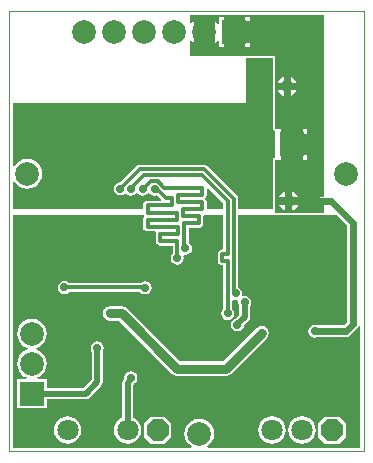
<source format=gbl>
G04*
G04 #@! TF.GenerationSoftware,Altium Limited,Altium Designer,20.1.11 (218)*
G04*
G04 Layer_Physical_Order=2*
G04 Layer_Color=16711680*
%FSLAX44Y44*%
%MOMM*%
G71*
G04*
G04 #@! TF.SameCoordinates,7590A8BC-6F61-42B1-8E90-CD4C0DD3AB11*
G04*
G04*
G04 #@! TF.FilePolarity,Positive*
G04*
G01*
G75*
%ADD10C,0.2500*%
%ADD15C,0.1000*%
%ADD54C,0.5800*%
%ADD57C,0.8000*%
%ADD58C,0.5000*%
%ADD62C,0.3500*%
%ADD63C,2.0000*%
%ADD64R,2.0000X2.0000*%
%ADD65C,1.8000*%
%ADD66P,1.9483X8X202.5*%
%ADD67P,1.0824X8X202.5*%
%ADD68C,1.0000*%
%ADD69R,2.0000X2.0000*%
%ADD70C,0.7000*%
G36*
X266000Y214957D02*
X263000D01*
X261868Y214732D01*
X260909Y214091D01*
X260268Y213132D01*
X260043Y212000D01*
X260268Y210868D01*
X260909Y209909D01*
X261868Y209268D01*
X263000Y209043D01*
X266000D01*
Y202000D01*
X225000D01*
Y246831D01*
X226270Y247000D01*
X230200D01*
Y260000D01*
Y273000D01*
X226270D01*
X226200Y273000D01*
X225000Y273169D01*
Y335000D01*
X153000Y335000D01*
Y347198D01*
X154270Y347629D01*
X155728Y345728D01*
X156000Y345520D01*
Y355000D01*
Y364480D01*
X155728Y364272D01*
X154270Y362371D01*
X153000Y362802D01*
Y369441D01*
X266000D01*
Y214957D01*
D02*
G37*
G36*
X222961Y332961D02*
Y273169D01*
X223011Y272916D01*
X223026Y272659D01*
X223088Y272529D01*
X223116Y272389D01*
X223259Y272174D01*
X223371Y271942D01*
X223478Y271846D01*
X223558Y271727D01*
X223772Y271584D01*
X223965Y271412D01*
X224100Y271365D01*
X224220Y271285D01*
X224472Y271235D01*
X224716Y271150D01*
X225146Y271089D01*
X225198Y248915D01*
X224731Y248853D01*
X224480Y248767D01*
X224220Y248715D01*
X224107Y248640D01*
X223978Y248596D01*
X223779Y248421D01*
X223558Y248273D01*
X223483Y248160D01*
X223381Y248070D01*
X223263Y247832D01*
X223116Y247611D01*
X223090Y247478D01*
X223030Y247356D01*
X223013Y247091D01*
X222961Y246831D01*
Y205000D01*
X193573D01*
Y214079D01*
X193282Y215542D01*
X192454Y216783D01*
X167546Y241690D01*
X166306Y242519D01*
X164843Y242810D01*
X110190D01*
X108727Y242519D01*
X107487Y241690D01*
X93631Y227834D01*
X91604Y227431D01*
X89785Y226215D01*
X88569Y224396D01*
X88142Y222250D01*
X88569Y220104D01*
X89785Y218285D01*
X91604Y217069D01*
X93750Y216642D01*
X95896Y217069D01*
X97283Y217996D01*
X98561Y218029D01*
X98986Y217900D01*
X100604Y216819D01*
X102750Y216392D01*
X104896Y216819D01*
X106715Y218035D01*
X107115Y218633D01*
X108385D01*
X108785Y218035D01*
X110604Y216819D01*
X112750Y216392D01*
X114896Y216819D01*
X116715Y218035D01*
X117166Y218710D01*
X118436D01*
X118939Y217957D01*
X120759Y216742D01*
X122905Y216315D01*
X124640Y216660D01*
X125006Y216587D01*
X128273Y213320D01*
X128270Y212984D01*
X127884Y212050D01*
X116902D01*
X115439Y211759D01*
X114199Y210930D01*
X113370Y209690D01*
X113079Y208227D01*
Y205000D01*
X3059D01*
Y227979D01*
X4329Y228374D01*
X6085Y226085D01*
X8696Y224081D01*
X11737Y222822D01*
X15000Y222392D01*
X18263Y222822D01*
X21304Y224081D01*
X23915Y226085D01*
X25919Y228696D01*
X27178Y231737D01*
X27608Y235000D01*
X27178Y238263D01*
X25919Y241304D01*
X23915Y243915D01*
X21304Y245919D01*
X18263Y247178D01*
X15000Y247608D01*
X11737Y247178D01*
X8696Y245919D01*
X6085Y243915D01*
X4329Y241626D01*
X3059Y242021D01*
Y295000D01*
X200000D01*
Y332961D01*
X222961Y332961D01*
D02*
G37*
G36*
X180927Y210424D02*
Y205000D01*
X167154D01*
X167048Y205130D01*
Y211170D01*
X166756Y212633D01*
X165928Y213873D01*
Y214506D01*
X166756Y215747D01*
X167048Y217210D01*
Y222507D01*
X168318Y223034D01*
X180927Y210424D01*
D02*
G37*
G36*
X285902Y191465D02*
Y109722D01*
X282926Y106746D01*
X260823D01*
X260546Y106931D01*
X258400Y107358D01*
X256254Y106931D01*
X254435Y105715D01*
X253219Y103896D01*
X252792Y101750D01*
X253219Y99604D01*
X254435Y97785D01*
X256254Y96569D01*
X258400Y96142D01*
X260546Y96569D01*
X260823Y96754D01*
X284995D01*
X286907Y97134D01*
X288528Y98217D01*
X294431Y104120D01*
X295514Y105741D01*
X295671Y106532D01*
X296941Y106407D01*
Y3059D01*
X167779D01*
X167379Y4329D01*
X169665Y6083D01*
X171669Y8694D01*
X172928Y11735D01*
X173358Y14998D01*
X172928Y18261D01*
X171669Y21302D01*
X169665Y23913D01*
X167054Y25917D01*
X164013Y27176D01*
X160750Y27606D01*
X157487Y27176D01*
X154446Y25917D01*
X151835Y23913D01*
X149831Y21302D01*
X148572Y18261D01*
X148142Y14998D01*
X148572Y11735D01*
X149831Y8694D01*
X151835Y6083D01*
X154121Y4329D01*
X153721Y3059D01*
X3059D01*
Y200000D01*
X113633D01*
X114072Y199272D01*
X114199Y198850D01*
X113370Y197610D01*
X113079Y196147D01*
Y190107D01*
X113370Y188643D01*
X114199Y187403D01*
X115439Y186574D01*
X116902Y186283D01*
X123223D01*
X124028Y185013D01*
X123840Y184067D01*
Y178027D01*
X124131Y176563D01*
X124959Y175323D01*
X126200Y174494D01*
X127663Y174203D01*
X138177D01*
Y167748D01*
X138035Y167654D01*
X136819Y165834D01*
X136392Y163688D01*
X136819Y161542D01*
X138035Y159723D01*
X139854Y158507D01*
X142000Y158081D01*
X144146Y158507D01*
X145965Y159723D01*
X147181Y161542D01*
X147608Y163688D01*
X147259Y165444D01*
X147923Y166336D01*
X148234Y166545D01*
X149000Y166392D01*
X151146Y166819D01*
X152965Y168035D01*
X154181Y169854D01*
X154608Y172000D01*
X154181Y174146D01*
X152965Y175965D01*
X151823Y176728D01*
Y189226D01*
X160159D01*
X161622Y189517D01*
X162862Y190346D01*
X163691Y191587D01*
X163982Y193050D01*
Y199090D01*
X164729Y200000D01*
X180927D01*
Y175145D01*
Y171178D01*
X180317D01*
X178854Y170887D01*
X177614Y170058D01*
X176785Y168818D01*
X176494Y167354D01*
Y161314D01*
X176785Y159851D01*
X177614Y158611D01*
X178854Y157782D01*
X180317Y157491D01*
X180927D01*
Y151000D01*
Y120810D01*
X180785Y120715D01*
X179569Y118896D01*
X179142Y116750D01*
X179569Y114604D01*
X180785Y112785D01*
X182604Y111569D01*
X184750Y111142D01*
X186896Y111569D01*
X188715Y112785D01*
X189931Y114604D01*
X190358Y116750D01*
X189931Y118896D01*
X188715Y120715D01*
X188573Y120810D01*
Y127680D01*
X189844Y128472D01*
X191500Y128142D01*
X192754Y128392D01*
X193834Y127312D01*
X193623Y126250D01*
X194050Y124104D01*
X194643Y123217D01*
Y115802D01*
X191207Y112366D01*
X190836Y112292D01*
X189017Y111077D01*
X187801Y109257D01*
X187374Y107112D01*
X187801Y104966D01*
X189017Y103146D01*
X190836Y101931D01*
X192982Y101504D01*
X195128Y101931D01*
X196947Y103146D01*
X198163Y104966D01*
X198506Y106687D01*
X202475Y110657D01*
X203470Y112146D01*
X203819Y113902D01*
Y123217D01*
X204412Y124104D01*
X204839Y126250D01*
X204412Y128396D01*
X203196Y130215D01*
X201377Y131431D01*
X199231Y131858D01*
X197977Y131608D01*
X196896Y132688D01*
X197108Y133750D01*
X196681Y135896D01*
X195465Y137715D01*
X193646Y138931D01*
X193573Y138945D01*
Y200000D01*
X224803D01*
X225000Y199961D01*
X266000D01*
X266197Y200000D01*
X277367D01*
X285902Y191465D01*
D02*
G37*
%LPC*%
G36*
X203400Y368000D02*
X199400D01*
Y364000D01*
X203400D01*
Y368000D01*
D02*
G37*
G36*
X181400D02*
X177400D01*
Y362191D01*
X176130Y361850D01*
X174272Y364272D01*
X174000Y364480D01*
Y355000D01*
Y345520D01*
X174272Y345728D01*
X176130Y348150D01*
X177400Y347809D01*
Y342000D01*
X181400D01*
Y355000D01*
Y368000D01*
D02*
G37*
G36*
X203400Y346000D02*
X199400D01*
Y342000D01*
X203400D01*
Y346000D01*
D02*
G37*
G36*
X239000Y317000D02*
X238000D01*
Y312000D01*
X243000D01*
Y313000D01*
X239000Y317000D01*
D02*
G37*
G36*
X232000D02*
X231000D01*
X227000Y313000D01*
Y312000D01*
X232000D01*
Y317000D01*
D02*
G37*
G36*
X243000Y306000D02*
X238000D01*
Y301000D01*
X239000D01*
X243000Y305000D01*
Y306000D01*
D02*
G37*
G36*
X232000D02*
X227000D01*
Y305000D01*
X231000Y301000D01*
X232000D01*
Y306000D01*
D02*
G37*
G36*
X248200Y273000D02*
Y269000D01*
X252200D01*
Y273000D01*
X248200D01*
D02*
G37*
G36*
X252200Y251000D02*
X248200D01*
Y247000D01*
X252200D01*
Y251000D01*
D02*
G37*
G36*
X240500Y220000D02*
X239500D01*
Y215000D01*
X244500D01*
Y216000D01*
X240500Y220000D01*
D02*
G37*
G36*
X233500D02*
X232500D01*
X228500Y216000D01*
Y215000D01*
X233500D01*
Y220000D01*
D02*
G37*
G36*
X244500Y209000D02*
X239500D01*
Y204000D01*
X240500D01*
X244500Y208000D01*
Y209000D01*
D02*
G37*
G36*
X233500D02*
X228500D01*
Y208000D01*
X232500Y204000D01*
X233500D01*
Y209000D01*
D02*
G37*
G36*
X46327Y144358D02*
X44181Y143931D01*
X42361Y142715D01*
X41146Y140896D01*
X40719Y138750D01*
X41146Y136604D01*
X42361Y134785D01*
X44181Y133569D01*
X46327Y133142D01*
X48473Y133569D01*
X50292Y134785D01*
X50387Y134927D01*
X110535D01*
X110790Y134544D01*
X112610Y133328D01*
X114756Y132901D01*
X116902Y133328D01*
X118721Y134544D01*
X119937Y136363D01*
X120363Y138509D01*
X119937Y140655D01*
X118721Y142474D01*
X116902Y143690D01*
X114756Y144117D01*
X112610Y143690D01*
X110938Y142573D01*
X50387D01*
X50292Y142715D01*
X48473Y143931D01*
X46327Y144358D01*
D02*
G37*
G36*
X95250Y122867D02*
X85000D01*
X82659Y122402D01*
X80674Y121076D01*
X79348Y119091D01*
X78882Y116750D01*
X79348Y114409D01*
X80674Y112424D01*
X82659Y111098D01*
X85000Y110632D01*
X92716D01*
X137674Y65674D01*
X139659Y64348D01*
X142000Y63882D01*
X183093D01*
X185434Y64348D01*
X187419Y65674D01*
X217826Y96081D01*
X219152Y98066D01*
X219618Y100407D01*
X219152Y102748D01*
X217826Y104733D01*
X215841Y106059D01*
X213500Y106524D01*
X211159Y106059D01*
X209174Y104733D01*
X180559Y76118D01*
X144534D01*
X99576Y121076D01*
X97591Y122402D01*
X95250Y122867D01*
D02*
G37*
G36*
X19000Y112308D02*
X15737Y111878D01*
X12696Y110619D01*
X10085Y108615D01*
X8081Y106004D01*
X6822Y102963D01*
X6392Y99700D01*
X6822Y96437D01*
X8081Y93396D01*
X10085Y90785D01*
X12696Y88781D01*
X15423Y87652D01*
X15423Y87650D01*
Y86350D01*
X15423Y86348D01*
X12696Y85219D01*
X10085Y83215D01*
X8081Y80604D01*
X6822Y77563D01*
X6392Y74300D01*
X6822Y71037D01*
X8081Y67996D01*
X10085Y65385D01*
X12696Y63381D01*
X14413Y62670D01*
X14160Y61400D01*
X6500D01*
Y36400D01*
X31500D01*
Y44312D01*
X64528D01*
X66283Y44661D01*
X67772Y45656D01*
X77540Y55423D01*
X78534Y56912D01*
X78884Y58668D01*
Y84397D01*
X79476Y85285D01*
X79903Y87430D01*
X79476Y89577D01*
X78261Y91396D01*
X76441Y92611D01*
X74296Y93038D01*
X72150Y92611D01*
X70330Y91396D01*
X69115Y89577D01*
X68688Y87430D01*
X69115Y85285D01*
X69707Y84397D01*
Y60568D01*
X62627Y53488D01*
X31500D01*
Y61400D01*
X23839D01*
X23587Y62670D01*
X25304Y63381D01*
X27915Y65385D01*
X29919Y67996D01*
X31178Y71037D01*
X31608Y74300D01*
X31178Y77563D01*
X29919Y80604D01*
X27915Y83215D01*
X25304Y85219D01*
X22577Y86348D01*
X22577Y86350D01*
Y87650D01*
X22577Y87652D01*
X25304Y88781D01*
X27915Y90785D01*
X29919Y93396D01*
X31178Y96437D01*
X31608Y99700D01*
X31178Y102963D01*
X29919Y106004D01*
X27915Y108615D01*
X25304Y110619D01*
X22263Y111878D01*
X19000Y112308D01*
D02*
G37*
G36*
X278850Y29500D02*
X267350D01*
X261600Y23750D01*
Y12250D01*
X267350Y6500D01*
X278850D01*
X284600Y12250D01*
Y23750D01*
X278850Y29500D01*
D02*
G37*
G36*
X131114D02*
X119614D01*
X113864Y23750D01*
Y12250D01*
X119614Y6500D01*
X131114D01*
X136864Y12250D01*
Y23750D01*
X131114Y29500D01*
D02*
G37*
G36*
X247700Y29599D02*
X244698Y29204D01*
X241901Y28045D01*
X239498Y26202D01*
X237655Y23800D01*
X236496Y21002D01*
X236101Y18000D01*
X236496Y14998D01*
X237655Y12200D01*
X239498Y9798D01*
X241901Y7955D01*
X244698Y6796D01*
X247700Y6401D01*
X250702Y6796D01*
X253500Y7955D01*
X255902Y9798D01*
X257745Y12200D01*
X258904Y14998D01*
X259299Y18000D01*
X258904Y21002D01*
X257745Y23800D01*
X255902Y26202D01*
X253500Y28045D01*
X250702Y29204D01*
X247700Y29599D01*
D02*
G37*
G36*
X222300D02*
X219298Y29204D01*
X216500Y28045D01*
X214098Y26202D01*
X212255Y23800D01*
X211096Y21002D01*
X210701Y18000D01*
X211096Y14998D01*
X212255Y12200D01*
X214098Y9798D01*
X216500Y7955D01*
X219298Y6796D01*
X222300Y6401D01*
X225302Y6796D01*
X228100Y7955D01*
X230502Y9798D01*
X232345Y12200D01*
X233504Y14998D01*
X233899Y18000D01*
X233504Y21002D01*
X232345Y23800D01*
X230502Y26202D01*
X228100Y28045D01*
X225302Y29204D01*
X222300Y29599D01*
D02*
G37*
G36*
X102750Y67733D02*
X100604Y67306D01*
X98785Y66090D01*
X97569Y64271D01*
X97142Y62125D01*
X97186Y61906D01*
X96720Y61440D01*
X95725Y59952D01*
X95376Y58196D01*
Y28547D01*
X94164Y28045D01*
X91762Y26202D01*
X89919Y23800D01*
X88760Y21002D01*
X88365Y18000D01*
X88760Y14998D01*
X89919Y12200D01*
X91762Y9798D01*
X94164Y7955D01*
X96962Y6796D01*
X99964Y6401D01*
X102966Y6796D01*
X105764Y7955D01*
X108166Y9798D01*
X110009Y12200D01*
X111168Y14998D01*
X111563Y18000D01*
X111168Y21002D01*
X110009Y23800D01*
X108166Y26202D01*
X105764Y28045D01*
X104552Y28547D01*
Y56295D01*
X105612Y57355D01*
X105693Y57476D01*
X106715Y58159D01*
X107931Y59979D01*
X108358Y62125D01*
X107931Y64271D01*
X106715Y66090D01*
X104896Y67306D01*
X102750Y67733D01*
D02*
G37*
G36*
X49164Y29599D02*
X46162Y29204D01*
X43365Y28045D01*
X40962Y26202D01*
X39119Y23800D01*
X37960Y21002D01*
X37565Y18000D01*
X37960Y14998D01*
X39119Y12200D01*
X40962Y9798D01*
X43365Y7955D01*
X46162Y6796D01*
X49164Y6401D01*
X52166Y6796D01*
X54964Y7955D01*
X57366Y9798D01*
X59209Y12200D01*
X60368Y14998D01*
X60763Y18000D01*
X60368Y21002D01*
X59209Y23800D01*
X57366Y26202D01*
X54964Y28045D01*
X52166Y29204D01*
X49164Y29599D01*
D02*
G37*
%LPD*%
D10*
X114515Y138750D02*
X114756Y138509D01*
D15*
X0Y0D02*
X300000D01*
X0D02*
Y372500D01*
X300000Y0D02*
Y372500D01*
X0D02*
X300000D01*
D54*
X263000Y212000D02*
X272433D01*
X290898Y107653D02*
Y193535D01*
X272433Y212000D02*
X290898Y193535D01*
X284995Y101750D02*
X290898Y107653D01*
X258400Y101750D02*
X284995D01*
D57*
X95250Y116750D02*
X142000Y70000D01*
X85000Y116750D02*
X95250D01*
X183093Y70000D02*
X213500Y100407D01*
X142000Y70000D02*
X183093D01*
D58*
X99964Y18000D02*
Y58196D01*
X102367Y60599D01*
Y61742D02*
X102750Y62125D01*
X102367Y60599D02*
Y61742D01*
X19000Y48900D02*
X64528D01*
X74296Y58668D02*
Y87430D01*
X64528Y48900D02*
X74296Y58668D01*
X192982Y107653D02*
X199231Y113902D01*
X192982Y107112D02*
Y107653D01*
X199231Y113902D02*
Y126250D01*
D62*
X142000Y172670D02*
Y172670D01*
Y174420D01*
Y178027D01*
X127663D02*
X142000D01*
X127663D02*
Y184067D01*
X143000D01*
Y190107D01*
X116902D02*
X143000D01*
X116902D02*
Y196147D01*
X142000D01*
Y202187D01*
X116902D02*
X142000D01*
X116902D02*
Y208227D01*
X137901D01*
Y214266D01*
X132733D02*
X137901D01*
X130983Y216017D02*
X132733Y214266D01*
X142000Y163688D02*
Y172670D01*
X126678Y220322D02*
X130983Y216017D01*
X148000Y175656D02*
Y193050D01*
X160159D01*
Y199090D01*
X147000D02*
X160159D01*
X147000D02*
Y205130D01*
X163224D01*
Y211170D01*
X142901D02*
X163224D01*
X142901D02*
Y217210D01*
X163224D01*
Y223250D01*
X131123D02*
X163224D01*
X129373Y225000D02*
X131123Y223250D01*
X148000Y175475D02*
Y175656D01*
X184750Y151000D02*
Y161314D01*
X180317D02*
X184750D01*
X180317D02*
Y167354D01*
X184750D01*
Y175145D01*
Y116750D02*
Y151000D01*
Y175145D02*
Y212008D01*
X148000Y175475D02*
X148330Y175145D01*
Y172670D02*
Y175145D01*
X125623Y228750D02*
X129373Y225000D01*
X113986Y233986D02*
X162772D01*
X184750Y212008D01*
X164843Y238986D02*
X189750Y214079D01*
Y136447D02*
Y214079D01*
X110190Y238986D02*
X164843D01*
X46327Y138750D02*
X114515D01*
X191500Y133750D02*
Y134697D01*
X189750Y136447D02*
X191500Y134697D01*
X102750Y222750D02*
X113986Y233986D01*
X102750Y222000D02*
Y222750D01*
X122905Y221922D02*
X123852D01*
X125452Y220322D01*
X126678D01*
X119500Y228750D02*
X125623D01*
X93750Y222546D02*
X110190Y238986D01*
X93750Y222250D02*
Y222546D01*
X112750Y222000D02*
X119500Y228750D01*
X142000Y163688D02*
X142000Y163688D01*
X148330Y172670D02*
X149000Y172000D01*
D63*
X160750Y14998D02*
D03*
X15000Y235000D02*
D03*
X285000D02*
D03*
X63400Y355000D02*
D03*
X139600D02*
D03*
X165000D02*
D03*
X114200D02*
D03*
X88800D02*
D03*
X213800Y260000D02*
D03*
X19000Y99700D02*
D03*
Y74300D02*
D03*
Y125100D02*
D03*
D64*
X190400Y355000D02*
D03*
X239200Y260000D02*
D03*
D65*
X49164Y18000D02*
D03*
X74564D02*
D03*
X99964D02*
D03*
X196900D02*
D03*
X222300D02*
D03*
X247700D02*
D03*
D66*
X125364D02*
D03*
X273100D02*
D03*
D67*
X236500Y212000D02*
D03*
X235000Y309000D02*
D03*
D68*
X216500Y212000D02*
D03*
X215000Y309000D02*
D03*
D69*
X19000Y48900D02*
D03*
D70*
X258400Y101750D02*
D03*
X85000Y116750D02*
D03*
X142000Y70000D02*
D03*
X213500Y100407D02*
D03*
X102750Y62125D02*
D03*
X114756Y138509D02*
D03*
X46327Y138750D02*
D03*
X74296Y87430D02*
D03*
X192982Y107112D02*
D03*
X199231Y126250D02*
D03*
X184750Y116750D02*
D03*
X191500Y133750D02*
D03*
X122905Y221922D02*
D03*
X112750Y222000D02*
D03*
X149000Y172000D02*
D03*
X142000Y163688D02*
D03*
X165232Y271058D02*
D03*
X130982D02*
D03*
X157232D02*
D03*
X173232D02*
D03*
X130982Y279058D02*
D03*
X102750Y222000D02*
D03*
X93750Y222250D02*
D03*
X36982Y271058D02*
D03*
X71732D02*
D03*
X79732D02*
D03*
X114982D02*
D03*
X122982D02*
D03*
X36982Y279058D02*
D03*
X71732D02*
D03*
X79732D02*
D03*
X114982D02*
D03*
X122982D02*
D03*
X157232D02*
D03*
X173232D02*
D03*
X87732Y271058D02*
D03*
X28982D02*
D03*
X44982D02*
D03*
X87732Y279058D02*
D03*
X28982D02*
D03*
X44982D02*
D03*
X165232D02*
D03*
X163250Y138750D02*
D03*
X150750D02*
D03*
X138250D02*
D03*
X138250Y126250D02*
D03*
Y113750D02*
D03*
X150750D02*
D03*
X163250D02*
D03*
Y126250D02*
D03*
X150750D02*
D03*
M02*

</source>
